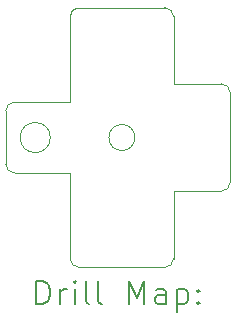
<source format=gbr>
%TF.GenerationSoftware,KiCad,Pcbnew,8.0.2*%
%TF.CreationDate,2025-05-18T13:53:23-07:00*%
%TF.ProjectId,PGS_Trigger_Board,5047535f-5472-4696-9767-65725f426f61,rev?*%
%TF.SameCoordinates,Original*%
%TF.FileFunction,Drillmap*%
%TF.FilePolarity,Positive*%
%FSLAX45Y45*%
G04 Gerber Fmt 4.5, Leading zero omitted, Abs format (unit mm)*
G04 Created by KiCad (PCBNEW 8.0.2) date 2025-05-18 13:53:23*
%MOMM*%
%LPD*%
G01*
G04 APERTURE LIST*
%ADD10C,0.010000*%
%ADD11C,0.200000*%
G04 APERTURE END LIST*
D10*
X23584053Y-14889000D02*
G75*
G02*
X23659050Y-14964000I-3J-75000D01*
G01*
X21833000Y-15644000D02*
G75*
G02*
X21758000Y-15569000I0J75000D01*
G01*
X22304027Y-14314711D02*
X22304048Y-14312961D01*
X22304113Y-14311215D01*
X22304221Y-14309472D01*
X22304372Y-14307734D01*
X22304565Y-14306001D01*
X22304801Y-14304274D01*
X22305079Y-14302554D01*
X22305400Y-14300841D01*
X22305763Y-14299137D01*
X22306167Y-14297443D01*
X22306614Y-14295758D01*
X22307102Y-14294084D01*
X22307631Y-14292421D01*
X22308202Y-14290771D01*
X22308814Y-14289134D01*
X22309467Y-14287511D01*
X22135500Y-15344000D02*
G75*
G02*
X21880500Y-15344000I-127500J0D01*
G01*
X21880500Y-15344000D02*
G75*
G02*
X22135500Y-15344000I127500J0D01*
G01*
X21758000Y-15119000D02*
X21758000Y-15569000D01*
X23179026Y-14889000D02*
X23179026Y-14319000D01*
X22347719Y-14249365D02*
X22349332Y-14248721D01*
X22350959Y-14248118D01*
X22352599Y-14247555D01*
X22354251Y-14247033D01*
X22355914Y-14246551D01*
X22357588Y-14246111D01*
X22359272Y-14245712D01*
X22360964Y-14245354D01*
X22362665Y-14245038D01*
X22364373Y-14244764D01*
X22366088Y-14244531D01*
X22367809Y-14244340D01*
X22369535Y-14244192D01*
X22371266Y-14244085D01*
X22373000Y-14244021D01*
X22374737Y-14244000D01*
X22379026Y-16444000D02*
X23104026Y-16444000D01*
X22304027Y-15644000D02*
X22304027Y-16369000D01*
X23179026Y-16369000D02*
G75*
G02*
X23104026Y-16443996I-74997J0D01*
G01*
X23179026Y-16369000D02*
X23179026Y-15799000D01*
X23104026Y-14244000D02*
G75*
G02*
X23179030Y-14319000I4J-75000D01*
G01*
X21758000Y-15119000D02*
G75*
G02*
X21833000Y-15044000I75000J0D01*
G01*
X22304027Y-15044000D02*
X21833000Y-15044000D01*
X22325192Y-14264260D02*
X22326421Y-14263082D01*
X22327677Y-14261935D01*
X22328958Y-14260819D01*
X22330266Y-14259735D01*
X22331598Y-14258684D01*
X22332954Y-14257665D01*
X22334335Y-14256679D01*
X22335738Y-14255727D01*
X22337163Y-14254809D01*
X22338611Y-14253925D01*
X22340079Y-14253076D01*
X22341568Y-14252262D01*
X22343078Y-14251483D01*
X22344606Y-14250741D01*
X22346153Y-14250035D01*
X22347719Y-14249365D01*
X23659053Y-15724000D02*
G75*
G02*
X23584053Y-15799003I-75003J0D01*
G01*
X21833000Y-15644000D02*
X22304027Y-15644000D01*
X22851526Y-15344000D02*
G75*
G02*
X22631526Y-15344000I-110000J0D01*
G01*
X22631526Y-15344000D02*
G75*
G02*
X22851526Y-15344000I110000J0D01*
G01*
X22304027Y-14314711D02*
X22304027Y-15044000D01*
X23659053Y-15724000D02*
X23659053Y-14964000D01*
X22309467Y-14287511D02*
X22310169Y-14285885D01*
X22310910Y-14284279D01*
X22311690Y-14282693D01*
X22312510Y-14281129D01*
X22313367Y-14279587D01*
X22314262Y-14278067D01*
X22315195Y-14276570D01*
X22316164Y-14275097D01*
X22317170Y-14273649D01*
X22318212Y-14272226D01*
X22319289Y-14270830D01*
X22320402Y-14269460D01*
X22321549Y-14268117D01*
X22322730Y-14266802D01*
X22323944Y-14265516D01*
X22325192Y-14264260D01*
X23584053Y-14889000D02*
X23179026Y-14889000D01*
X23104026Y-14244000D02*
X22374737Y-14244000D01*
X23179026Y-15799000D02*
X23584053Y-15799000D01*
X22379026Y-16444000D02*
G75*
G02*
X22304030Y-16369000I4J75000D01*
G01*
D11*
X22018277Y-16755984D02*
X22018277Y-16555984D01*
X22018277Y-16555984D02*
X22065896Y-16555984D01*
X22065896Y-16555984D02*
X22094467Y-16565508D01*
X22094467Y-16565508D02*
X22113515Y-16584555D01*
X22113515Y-16584555D02*
X22123039Y-16603603D01*
X22123039Y-16603603D02*
X22132563Y-16641698D01*
X22132563Y-16641698D02*
X22132563Y-16670269D01*
X22132563Y-16670269D02*
X22123039Y-16708365D01*
X22123039Y-16708365D02*
X22113515Y-16727412D01*
X22113515Y-16727412D02*
X22094467Y-16746460D01*
X22094467Y-16746460D02*
X22065896Y-16755984D01*
X22065896Y-16755984D02*
X22018277Y-16755984D01*
X22218277Y-16755984D02*
X22218277Y-16622650D01*
X22218277Y-16660746D02*
X22227801Y-16641698D01*
X22227801Y-16641698D02*
X22237324Y-16632174D01*
X22237324Y-16632174D02*
X22256372Y-16622650D01*
X22256372Y-16622650D02*
X22275420Y-16622650D01*
X22342086Y-16755984D02*
X22342086Y-16622650D01*
X22342086Y-16555984D02*
X22332563Y-16565508D01*
X22332563Y-16565508D02*
X22342086Y-16575031D01*
X22342086Y-16575031D02*
X22351610Y-16565508D01*
X22351610Y-16565508D02*
X22342086Y-16555984D01*
X22342086Y-16555984D02*
X22342086Y-16575031D01*
X22465896Y-16755984D02*
X22446848Y-16746460D01*
X22446848Y-16746460D02*
X22437324Y-16727412D01*
X22437324Y-16727412D02*
X22437324Y-16555984D01*
X22570658Y-16755984D02*
X22551610Y-16746460D01*
X22551610Y-16746460D02*
X22542086Y-16727412D01*
X22542086Y-16727412D02*
X22542086Y-16555984D01*
X22799229Y-16755984D02*
X22799229Y-16555984D01*
X22799229Y-16555984D02*
X22865896Y-16698841D01*
X22865896Y-16698841D02*
X22932562Y-16555984D01*
X22932562Y-16555984D02*
X22932562Y-16755984D01*
X23113515Y-16755984D02*
X23113515Y-16651222D01*
X23113515Y-16651222D02*
X23103991Y-16632174D01*
X23103991Y-16632174D02*
X23084943Y-16622650D01*
X23084943Y-16622650D02*
X23046848Y-16622650D01*
X23046848Y-16622650D02*
X23027801Y-16632174D01*
X23113515Y-16746460D02*
X23094467Y-16755984D01*
X23094467Y-16755984D02*
X23046848Y-16755984D01*
X23046848Y-16755984D02*
X23027801Y-16746460D01*
X23027801Y-16746460D02*
X23018277Y-16727412D01*
X23018277Y-16727412D02*
X23018277Y-16708365D01*
X23018277Y-16708365D02*
X23027801Y-16689317D01*
X23027801Y-16689317D02*
X23046848Y-16679793D01*
X23046848Y-16679793D02*
X23094467Y-16679793D01*
X23094467Y-16679793D02*
X23113515Y-16670269D01*
X23208753Y-16622650D02*
X23208753Y-16822650D01*
X23208753Y-16632174D02*
X23227801Y-16622650D01*
X23227801Y-16622650D02*
X23265896Y-16622650D01*
X23265896Y-16622650D02*
X23284943Y-16632174D01*
X23284943Y-16632174D02*
X23294467Y-16641698D01*
X23294467Y-16641698D02*
X23303991Y-16660746D01*
X23303991Y-16660746D02*
X23303991Y-16717888D01*
X23303991Y-16717888D02*
X23294467Y-16736936D01*
X23294467Y-16736936D02*
X23284943Y-16746460D01*
X23284943Y-16746460D02*
X23265896Y-16755984D01*
X23265896Y-16755984D02*
X23227801Y-16755984D01*
X23227801Y-16755984D02*
X23208753Y-16746460D01*
X23389705Y-16736936D02*
X23399229Y-16746460D01*
X23399229Y-16746460D02*
X23389705Y-16755984D01*
X23389705Y-16755984D02*
X23380182Y-16746460D01*
X23380182Y-16746460D02*
X23389705Y-16736936D01*
X23389705Y-16736936D02*
X23389705Y-16755984D01*
X23389705Y-16632174D02*
X23399229Y-16641698D01*
X23399229Y-16641698D02*
X23389705Y-16651222D01*
X23389705Y-16651222D02*
X23380182Y-16641698D01*
X23380182Y-16641698D02*
X23389705Y-16632174D01*
X23389705Y-16632174D02*
X23389705Y-16651222D01*
M02*

</source>
